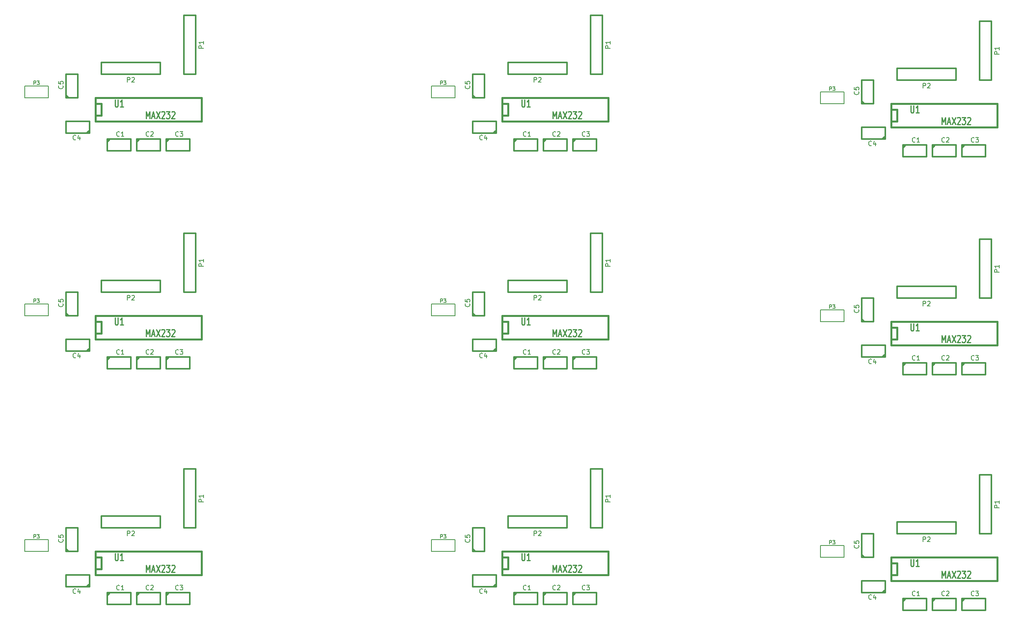
<source format=gto>
G04 (created by PCBNEW-RS274X (2011-05-25)-stable) date lun 21 nov 2011 16:39:51 UYST*
G01*
G70*
G90*
%MOIN*%
G04 Gerber Fmt 3.4, Leading zero omitted, Abs format*
%FSLAX34Y34*%
G04 APERTURE LIST*
%ADD10C,0.006000*%
%ADD11C,0.012000*%
%ADD12C,0.015000*%
%ADD13C,0.008000*%
%ADD14C,0.011300*%
G04 APERTURE END LIST*
G54D10*
X84000Y-58500D02*
X84000Y-57500D01*
X84000Y-57500D02*
X86000Y-57500D01*
X86000Y-57500D02*
X86000Y-58500D01*
X86000Y-58500D02*
X84000Y-58500D01*
G54D11*
X95500Y-56500D02*
X95500Y-55500D01*
X90500Y-55500D02*
X90500Y-56500D01*
X95500Y-56500D02*
X90500Y-56500D01*
X90500Y-55500D02*
X95500Y-55500D01*
X98500Y-51500D02*
X97500Y-51500D01*
X97500Y-56500D02*
X98500Y-56500D01*
X98500Y-51500D02*
X98500Y-56500D01*
X97500Y-56500D02*
X97500Y-51500D01*
X87500Y-58480D02*
X87500Y-56500D01*
X87500Y-56500D02*
X88500Y-56500D01*
X88500Y-56500D02*
X88500Y-58500D01*
X88500Y-58500D02*
X87500Y-58500D01*
X87750Y-58500D02*
X87500Y-58250D01*
X89480Y-61500D02*
X87500Y-61500D01*
X87500Y-61500D02*
X87500Y-60500D01*
X87500Y-60500D02*
X89500Y-60500D01*
X89500Y-60500D02*
X89500Y-61500D01*
X89500Y-61250D02*
X89250Y-61500D01*
X96020Y-62000D02*
X98000Y-62000D01*
X98000Y-62000D02*
X98000Y-63000D01*
X98000Y-63000D02*
X96000Y-63000D01*
X96000Y-63000D02*
X96000Y-62000D01*
X96000Y-62250D02*
X96250Y-62000D01*
X93520Y-62000D02*
X95500Y-62000D01*
X95500Y-62000D02*
X95500Y-63000D01*
X95500Y-63000D02*
X93500Y-63000D01*
X93500Y-63000D02*
X93500Y-62000D01*
X93500Y-62250D02*
X93750Y-62000D01*
X91020Y-62000D02*
X93000Y-62000D01*
X93000Y-62000D02*
X93000Y-63000D01*
X93000Y-63000D02*
X91000Y-63000D01*
X91000Y-63000D02*
X91000Y-62000D01*
X91000Y-62250D02*
X91250Y-62000D01*
G54D12*
X90000Y-59000D02*
X90000Y-59000D01*
X90000Y-59000D02*
X90500Y-59000D01*
X90500Y-59000D02*
X90500Y-60000D01*
X90500Y-60000D02*
X90000Y-60000D01*
X90000Y-58500D02*
X99000Y-58500D01*
X99000Y-58500D02*
X99000Y-60500D01*
X99000Y-60500D02*
X90000Y-60500D01*
X90000Y-60500D02*
X90000Y-58500D01*
G54D10*
X16500Y-58000D02*
X16500Y-57000D01*
X16500Y-57000D02*
X18500Y-57000D01*
X18500Y-57000D02*
X18500Y-58000D01*
X18500Y-58000D02*
X16500Y-58000D01*
G54D11*
X28000Y-56000D02*
X28000Y-55000D01*
X23000Y-55000D02*
X23000Y-56000D01*
X28000Y-56000D02*
X23000Y-56000D01*
X23000Y-55000D02*
X28000Y-55000D01*
X31000Y-51000D02*
X30000Y-51000D01*
X30000Y-56000D02*
X31000Y-56000D01*
X31000Y-51000D02*
X31000Y-56000D01*
X30000Y-56000D02*
X30000Y-51000D01*
X20000Y-57980D02*
X20000Y-56000D01*
X20000Y-56000D02*
X21000Y-56000D01*
X21000Y-56000D02*
X21000Y-58000D01*
X21000Y-58000D02*
X20000Y-58000D01*
X20250Y-58000D02*
X20000Y-57750D01*
X21980Y-61000D02*
X20000Y-61000D01*
X20000Y-61000D02*
X20000Y-60000D01*
X20000Y-60000D02*
X22000Y-60000D01*
X22000Y-60000D02*
X22000Y-61000D01*
X22000Y-60750D02*
X21750Y-61000D01*
X28520Y-61500D02*
X30500Y-61500D01*
X30500Y-61500D02*
X30500Y-62500D01*
X30500Y-62500D02*
X28500Y-62500D01*
X28500Y-62500D02*
X28500Y-61500D01*
X28500Y-61750D02*
X28750Y-61500D01*
X26020Y-61500D02*
X28000Y-61500D01*
X28000Y-61500D02*
X28000Y-62500D01*
X28000Y-62500D02*
X26000Y-62500D01*
X26000Y-62500D02*
X26000Y-61500D01*
X26000Y-61750D02*
X26250Y-61500D01*
X23520Y-61500D02*
X25500Y-61500D01*
X25500Y-61500D02*
X25500Y-62500D01*
X25500Y-62500D02*
X23500Y-62500D01*
X23500Y-62500D02*
X23500Y-61500D01*
X23500Y-61750D02*
X23750Y-61500D01*
G54D12*
X22500Y-58500D02*
X22500Y-58500D01*
X22500Y-58500D02*
X23000Y-58500D01*
X23000Y-58500D02*
X23000Y-59500D01*
X23000Y-59500D02*
X22500Y-59500D01*
X22500Y-58000D02*
X31500Y-58000D01*
X31500Y-58000D02*
X31500Y-60000D01*
X31500Y-60000D02*
X22500Y-60000D01*
X22500Y-60000D02*
X22500Y-58000D01*
X57000Y-58500D02*
X57000Y-58500D01*
X57000Y-58500D02*
X57500Y-58500D01*
X57500Y-58500D02*
X57500Y-59500D01*
X57500Y-59500D02*
X57000Y-59500D01*
X57000Y-58000D02*
X66000Y-58000D01*
X66000Y-58000D02*
X66000Y-60000D01*
X66000Y-60000D02*
X57000Y-60000D01*
X57000Y-60000D02*
X57000Y-58000D01*
G54D11*
X58020Y-61500D02*
X60000Y-61500D01*
X60000Y-61500D02*
X60000Y-62500D01*
X60000Y-62500D02*
X58000Y-62500D01*
X58000Y-62500D02*
X58000Y-61500D01*
X58000Y-61750D02*
X58250Y-61500D01*
X60520Y-61500D02*
X62500Y-61500D01*
X62500Y-61500D02*
X62500Y-62500D01*
X62500Y-62500D02*
X60500Y-62500D01*
X60500Y-62500D02*
X60500Y-61500D01*
X60500Y-61750D02*
X60750Y-61500D01*
X63020Y-61500D02*
X65000Y-61500D01*
X65000Y-61500D02*
X65000Y-62500D01*
X65000Y-62500D02*
X63000Y-62500D01*
X63000Y-62500D02*
X63000Y-61500D01*
X63000Y-61750D02*
X63250Y-61500D01*
X56480Y-61000D02*
X54500Y-61000D01*
X54500Y-61000D02*
X54500Y-60000D01*
X54500Y-60000D02*
X56500Y-60000D01*
X56500Y-60000D02*
X56500Y-61000D01*
X56500Y-60750D02*
X56250Y-61000D01*
X54500Y-57980D02*
X54500Y-56000D01*
X54500Y-56000D02*
X55500Y-56000D01*
X55500Y-56000D02*
X55500Y-58000D01*
X55500Y-58000D02*
X54500Y-58000D01*
X54750Y-58000D02*
X54500Y-57750D01*
X65500Y-51000D02*
X64500Y-51000D01*
X64500Y-56000D02*
X65500Y-56000D01*
X65500Y-51000D02*
X65500Y-56000D01*
X64500Y-56000D02*
X64500Y-51000D01*
X62500Y-56000D02*
X62500Y-55000D01*
X57500Y-55000D02*
X57500Y-56000D01*
X62500Y-56000D02*
X57500Y-56000D01*
X57500Y-55000D02*
X62500Y-55000D01*
G54D10*
X51000Y-58000D02*
X51000Y-57000D01*
X51000Y-57000D02*
X53000Y-57000D01*
X53000Y-57000D02*
X53000Y-58000D01*
X53000Y-58000D02*
X51000Y-58000D01*
X51000Y-38000D02*
X51000Y-37000D01*
X51000Y-37000D02*
X53000Y-37000D01*
X53000Y-37000D02*
X53000Y-38000D01*
X53000Y-38000D02*
X51000Y-38000D01*
G54D11*
X62500Y-36000D02*
X62500Y-35000D01*
X57500Y-35000D02*
X57500Y-36000D01*
X62500Y-36000D02*
X57500Y-36000D01*
X57500Y-35000D02*
X62500Y-35000D01*
X65500Y-31000D02*
X64500Y-31000D01*
X64500Y-36000D02*
X65500Y-36000D01*
X65500Y-31000D02*
X65500Y-36000D01*
X64500Y-36000D02*
X64500Y-31000D01*
X54500Y-37980D02*
X54500Y-36000D01*
X54500Y-36000D02*
X55500Y-36000D01*
X55500Y-36000D02*
X55500Y-38000D01*
X55500Y-38000D02*
X54500Y-38000D01*
X54750Y-38000D02*
X54500Y-37750D01*
X56480Y-41000D02*
X54500Y-41000D01*
X54500Y-41000D02*
X54500Y-40000D01*
X54500Y-40000D02*
X56500Y-40000D01*
X56500Y-40000D02*
X56500Y-41000D01*
X56500Y-40750D02*
X56250Y-41000D01*
X63020Y-41500D02*
X65000Y-41500D01*
X65000Y-41500D02*
X65000Y-42500D01*
X65000Y-42500D02*
X63000Y-42500D01*
X63000Y-42500D02*
X63000Y-41500D01*
X63000Y-41750D02*
X63250Y-41500D01*
X60520Y-41500D02*
X62500Y-41500D01*
X62500Y-41500D02*
X62500Y-42500D01*
X62500Y-42500D02*
X60500Y-42500D01*
X60500Y-42500D02*
X60500Y-41500D01*
X60500Y-41750D02*
X60750Y-41500D01*
X58020Y-41500D02*
X60000Y-41500D01*
X60000Y-41500D02*
X60000Y-42500D01*
X60000Y-42500D02*
X58000Y-42500D01*
X58000Y-42500D02*
X58000Y-41500D01*
X58000Y-41750D02*
X58250Y-41500D01*
G54D12*
X57000Y-38500D02*
X57000Y-38500D01*
X57000Y-38500D02*
X57500Y-38500D01*
X57500Y-38500D02*
X57500Y-39500D01*
X57500Y-39500D02*
X57000Y-39500D01*
X57000Y-38000D02*
X66000Y-38000D01*
X66000Y-38000D02*
X66000Y-40000D01*
X66000Y-40000D02*
X57000Y-40000D01*
X57000Y-40000D02*
X57000Y-38000D01*
X22500Y-38500D02*
X22500Y-38500D01*
X22500Y-38500D02*
X23000Y-38500D01*
X23000Y-38500D02*
X23000Y-39500D01*
X23000Y-39500D02*
X22500Y-39500D01*
X22500Y-38000D02*
X31500Y-38000D01*
X31500Y-38000D02*
X31500Y-40000D01*
X31500Y-40000D02*
X22500Y-40000D01*
X22500Y-40000D02*
X22500Y-38000D01*
G54D11*
X23520Y-41500D02*
X25500Y-41500D01*
X25500Y-41500D02*
X25500Y-42500D01*
X25500Y-42500D02*
X23500Y-42500D01*
X23500Y-42500D02*
X23500Y-41500D01*
X23500Y-41750D02*
X23750Y-41500D01*
X26020Y-41500D02*
X28000Y-41500D01*
X28000Y-41500D02*
X28000Y-42500D01*
X28000Y-42500D02*
X26000Y-42500D01*
X26000Y-42500D02*
X26000Y-41500D01*
X26000Y-41750D02*
X26250Y-41500D01*
X28520Y-41500D02*
X30500Y-41500D01*
X30500Y-41500D02*
X30500Y-42500D01*
X30500Y-42500D02*
X28500Y-42500D01*
X28500Y-42500D02*
X28500Y-41500D01*
X28500Y-41750D02*
X28750Y-41500D01*
X21980Y-41000D02*
X20000Y-41000D01*
X20000Y-41000D02*
X20000Y-40000D01*
X20000Y-40000D02*
X22000Y-40000D01*
X22000Y-40000D02*
X22000Y-41000D01*
X22000Y-40750D02*
X21750Y-41000D01*
X20000Y-37980D02*
X20000Y-36000D01*
X20000Y-36000D02*
X21000Y-36000D01*
X21000Y-36000D02*
X21000Y-38000D01*
X21000Y-38000D02*
X20000Y-38000D01*
X20250Y-38000D02*
X20000Y-37750D01*
X31000Y-31000D02*
X30000Y-31000D01*
X30000Y-36000D02*
X31000Y-36000D01*
X31000Y-31000D02*
X31000Y-36000D01*
X30000Y-36000D02*
X30000Y-31000D01*
X28000Y-36000D02*
X28000Y-35000D01*
X23000Y-35000D02*
X23000Y-36000D01*
X28000Y-36000D02*
X23000Y-36000D01*
X23000Y-35000D02*
X28000Y-35000D01*
G54D10*
X16500Y-38000D02*
X16500Y-37000D01*
X16500Y-37000D02*
X18500Y-37000D01*
X18500Y-37000D02*
X18500Y-38000D01*
X18500Y-38000D02*
X16500Y-38000D01*
G54D12*
X90000Y-39000D02*
X90000Y-39000D01*
X90000Y-39000D02*
X90500Y-39000D01*
X90500Y-39000D02*
X90500Y-40000D01*
X90500Y-40000D02*
X90000Y-40000D01*
X90000Y-38500D02*
X99000Y-38500D01*
X99000Y-38500D02*
X99000Y-40500D01*
X99000Y-40500D02*
X90000Y-40500D01*
X90000Y-40500D02*
X90000Y-38500D01*
G54D11*
X91020Y-42000D02*
X93000Y-42000D01*
X93000Y-42000D02*
X93000Y-43000D01*
X93000Y-43000D02*
X91000Y-43000D01*
X91000Y-43000D02*
X91000Y-42000D01*
X91000Y-42250D02*
X91250Y-42000D01*
X93520Y-42000D02*
X95500Y-42000D01*
X95500Y-42000D02*
X95500Y-43000D01*
X95500Y-43000D02*
X93500Y-43000D01*
X93500Y-43000D02*
X93500Y-42000D01*
X93500Y-42250D02*
X93750Y-42000D01*
X96020Y-42000D02*
X98000Y-42000D01*
X98000Y-42000D02*
X98000Y-43000D01*
X98000Y-43000D02*
X96000Y-43000D01*
X96000Y-43000D02*
X96000Y-42000D01*
X96000Y-42250D02*
X96250Y-42000D01*
X89480Y-41500D02*
X87500Y-41500D01*
X87500Y-41500D02*
X87500Y-40500D01*
X87500Y-40500D02*
X89500Y-40500D01*
X89500Y-40500D02*
X89500Y-41500D01*
X89500Y-41250D02*
X89250Y-41500D01*
X87500Y-38480D02*
X87500Y-36500D01*
X87500Y-36500D02*
X88500Y-36500D01*
X88500Y-36500D02*
X88500Y-38500D01*
X88500Y-38500D02*
X87500Y-38500D01*
X87750Y-38500D02*
X87500Y-38250D01*
X98500Y-31500D02*
X97500Y-31500D01*
X97500Y-36500D02*
X98500Y-36500D01*
X98500Y-31500D02*
X98500Y-36500D01*
X97500Y-36500D02*
X97500Y-31500D01*
X95500Y-36500D02*
X95500Y-35500D01*
X90500Y-35500D02*
X90500Y-36500D01*
X95500Y-36500D02*
X90500Y-36500D01*
X90500Y-35500D02*
X95500Y-35500D01*
G54D10*
X84000Y-38500D02*
X84000Y-37500D01*
X84000Y-37500D02*
X86000Y-37500D01*
X86000Y-37500D02*
X86000Y-38500D01*
X86000Y-38500D02*
X84000Y-38500D01*
X84000Y-20000D02*
X84000Y-19000D01*
X84000Y-19000D02*
X86000Y-19000D01*
X86000Y-19000D02*
X86000Y-20000D01*
X86000Y-20000D02*
X84000Y-20000D01*
G54D11*
X95500Y-18000D02*
X95500Y-17000D01*
X90500Y-17000D02*
X90500Y-18000D01*
X95500Y-18000D02*
X90500Y-18000D01*
X90500Y-17000D02*
X95500Y-17000D01*
X98500Y-13000D02*
X97500Y-13000D01*
X97500Y-18000D02*
X98500Y-18000D01*
X98500Y-13000D02*
X98500Y-18000D01*
X97500Y-18000D02*
X97500Y-13000D01*
X87500Y-19980D02*
X87500Y-18000D01*
X87500Y-18000D02*
X88500Y-18000D01*
X88500Y-18000D02*
X88500Y-20000D01*
X88500Y-20000D02*
X87500Y-20000D01*
X87750Y-20000D02*
X87500Y-19750D01*
X89480Y-23000D02*
X87500Y-23000D01*
X87500Y-23000D02*
X87500Y-22000D01*
X87500Y-22000D02*
X89500Y-22000D01*
X89500Y-22000D02*
X89500Y-23000D01*
X89500Y-22750D02*
X89250Y-23000D01*
X96020Y-23500D02*
X98000Y-23500D01*
X98000Y-23500D02*
X98000Y-24500D01*
X98000Y-24500D02*
X96000Y-24500D01*
X96000Y-24500D02*
X96000Y-23500D01*
X96000Y-23750D02*
X96250Y-23500D01*
X93520Y-23500D02*
X95500Y-23500D01*
X95500Y-23500D02*
X95500Y-24500D01*
X95500Y-24500D02*
X93500Y-24500D01*
X93500Y-24500D02*
X93500Y-23500D01*
X93500Y-23750D02*
X93750Y-23500D01*
X91020Y-23500D02*
X93000Y-23500D01*
X93000Y-23500D02*
X93000Y-24500D01*
X93000Y-24500D02*
X91000Y-24500D01*
X91000Y-24500D02*
X91000Y-23500D01*
X91000Y-23750D02*
X91250Y-23500D01*
G54D12*
X90000Y-20500D02*
X90000Y-20500D01*
X90000Y-20500D02*
X90500Y-20500D01*
X90500Y-20500D02*
X90500Y-21500D01*
X90500Y-21500D02*
X90000Y-21500D01*
X90000Y-20000D02*
X99000Y-20000D01*
X99000Y-20000D02*
X99000Y-22000D01*
X99000Y-22000D02*
X90000Y-22000D01*
X90000Y-22000D02*
X90000Y-20000D01*
G54D10*
X16500Y-19500D02*
X16500Y-18500D01*
X16500Y-18500D02*
X18500Y-18500D01*
X18500Y-18500D02*
X18500Y-19500D01*
X18500Y-19500D02*
X16500Y-19500D01*
G54D11*
X28000Y-17500D02*
X28000Y-16500D01*
X23000Y-16500D02*
X23000Y-17500D01*
X28000Y-17500D02*
X23000Y-17500D01*
X23000Y-16500D02*
X28000Y-16500D01*
X31000Y-12500D02*
X30000Y-12500D01*
X30000Y-17500D02*
X31000Y-17500D01*
X31000Y-12500D02*
X31000Y-17500D01*
X30000Y-17500D02*
X30000Y-12500D01*
X20000Y-19480D02*
X20000Y-17500D01*
X20000Y-17500D02*
X21000Y-17500D01*
X21000Y-17500D02*
X21000Y-19500D01*
X21000Y-19500D02*
X20000Y-19500D01*
X20250Y-19500D02*
X20000Y-19250D01*
X21980Y-22500D02*
X20000Y-22500D01*
X20000Y-22500D02*
X20000Y-21500D01*
X20000Y-21500D02*
X22000Y-21500D01*
X22000Y-21500D02*
X22000Y-22500D01*
X22000Y-22250D02*
X21750Y-22500D01*
X28520Y-23000D02*
X30500Y-23000D01*
X30500Y-23000D02*
X30500Y-24000D01*
X30500Y-24000D02*
X28500Y-24000D01*
X28500Y-24000D02*
X28500Y-23000D01*
X28500Y-23250D02*
X28750Y-23000D01*
X26020Y-23000D02*
X28000Y-23000D01*
X28000Y-23000D02*
X28000Y-24000D01*
X28000Y-24000D02*
X26000Y-24000D01*
X26000Y-24000D02*
X26000Y-23000D01*
X26000Y-23250D02*
X26250Y-23000D01*
X23520Y-23000D02*
X25500Y-23000D01*
X25500Y-23000D02*
X25500Y-24000D01*
X25500Y-24000D02*
X23500Y-24000D01*
X23500Y-24000D02*
X23500Y-23000D01*
X23500Y-23250D02*
X23750Y-23000D01*
G54D12*
X22500Y-20000D02*
X22500Y-20000D01*
X22500Y-20000D02*
X23000Y-20000D01*
X23000Y-20000D02*
X23000Y-21000D01*
X23000Y-21000D02*
X22500Y-21000D01*
X22500Y-19500D02*
X31500Y-19500D01*
X31500Y-19500D02*
X31500Y-21500D01*
X31500Y-21500D02*
X22500Y-21500D01*
X22500Y-21500D02*
X22500Y-19500D01*
X57000Y-20000D02*
X57000Y-20000D01*
X57000Y-20000D02*
X57500Y-20000D01*
X57500Y-20000D02*
X57500Y-21000D01*
X57500Y-21000D02*
X57000Y-21000D01*
X57000Y-19500D02*
X66000Y-19500D01*
X66000Y-19500D02*
X66000Y-21500D01*
X66000Y-21500D02*
X57000Y-21500D01*
X57000Y-21500D02*
X57000Y-19500D01*
G54D11*
X58020Y-23000D02*
X60000Y-23000D01*
X60000Y-23000D02*
X60000Y-24000D01*
X60000Y-24000D02*
X58000Y-24000D01*
X58000Y-24000D02*
X58000Y-23000D01*
X58000Y-23250D02*
X58250Y-23000D01*
X60520Y-23000D02*
X62500Y-23000D01*
X62500Y-23000D02*
X62500Y-24000D01*
X62500Y-24000D02*
X60500Y-24000D01*
X60500Y-24000D02*
X60500Y-23000D01*
X60500Y-23250D02*
X60750Y-23000D01*
X63020Y-23000D02*
X65000Y-23000D01*
X65000Y-23000D02*
X65000Y-24000D01*
X65000Y-24000D02*
X63000Y-24000D01*
X63000Y-24000D02*
X63000Y-23000D01*
X63000Y-23250D02*
X63250Y-23000D01*
X56480Y-22500D02*
X54500Y-22500D01*
X54500Y-22500D02*
X54500Y-21500D01*
X54500Y-21500D02*
X56500Y-21500D01*
X56500Y-21500D02*
X56500Y-22500D01*
X56500Y-22250D02*
X56250Y-22500D01*
X54500Y-19480D02*
X54500Y-17500D01*
X54500Y-17500D02*
X55500Y-17500D01*
X55500Y-17500D02*
X55500Y-19500D01*
X55500Y-19500D02*
X54500Y-19500D01*
X54750Y-19500D02*
X54500Y-19250D01*
X65500Y-12500D02*
X64500Y-12500D01*
X64500Y-17500D02*
X65500Y-17500D01*
X65500Y-12500D02*
X65500Y-17500D01*
X64500Y-17500D02*
X64500Y-12500D01*
X62500Y-17500D02*
X62500Y-16500D01*
X57500Y-16500D02*
X57500Y-17500D01*
X62500Y-17500D02*
X57500Y-17500D01*
X57500Y-16500D02*
X62500Y-16500D01*
G54D10*
X51000Y-19500D02*
X51000Y-18500D01*
X51000Y-18500D02*
X53000Y-18500D01*
X53000Y-18500D02*
X53000Y-19500D01*
X53000Y-19500D02*
X51000Y-19500D01*
X84778Y-57371D02*
X84778Y-57071D01*
X84893Y-57071D01*
X84921Y-57086D01*
X84936Y-57100D01*
X84950Y-57129D01*
X84950Y-57171D01*
X84936Y-57200D01*
X84921Y-57214D01*
X84893Y-57229D01*
X84778Y-57229D01*
X85050Y-57071D02*
X85236Y-57071D01*
X85136Y-57186D01*
X85178Y-57186D01*
X85207Y-57200D01*
X85221Y-57214D01*
X85236Y-57243D01*
X85236Y-57314D01*
X85221Y-57343D01*
X85207Y-57357D01*
X85178Y-57371D01*
X85093Y-57371D01*
X85064Y-57357D01*
X85050Y-57343D01*
G54D13*
X92705Y-57162D02*
X92705Y-56762D01*
X92858Y-56762D01*
X92896Y-56781D01*
X92915Y-56800D01*
X92934Y-56838D01*
X92934Y-56895D01*
X92915Y-56933D01*
X92896Y-56952D01*
X92858Y-56971D01*
X92705Y-56971D01*
X93086Y-56800D02*
X93105Y-56781D01*
X93143Y-56762D01*
X93239Y-56762D01*
X93277Y-56781D01*
X93296Y-56800D01*
X93315Y-56838D01*
X93315Y-56876D01*
X93296Y-56933D01*
X93067Y-57162D01*
X93315Y-57162D01*
X99162Y-54295D02*
X98762Y-54295D01*
X98762Y-54142D01*
X98781Y-54104D01*
X98800Y-54085D01*
X98838Y-54066D01*
X98895Y-54066D01*
X98933Y-54085D01*
X98952Y-54104D01*
X98971Y-54142D01*
X98971Y-54295D01*
X99162Y-53685D02*
X99162Y-53914D01*
X99162Y-53800D02*
X98762Y-53800D01*
X98819Y-53838D01*
X98857Y-53876D01*
X98876Y-53914D01*
X87224Y-57466D02*
X87243Y-57485D01*
X87262Y-57542D01*
X87262Y-57580D01*
X87243Y-57638D01*
X87205Y-57676D01*
X87167Y-57695D01*
X87090Y-57714D01*
X87033Y-57714D01*
X86957Y-57695D01*
X86919Y-57676D01*
X86881Y-57638D01*
X86862Y-57580D01*
X86862Y-57542D01*
X86881Y-57485D01*
X86900Y-57466D01*
X86862Y-57104D02*
X86862Y-57295D01*
X87052Y-57314D01*
X87033Y-57295D01*
X87014Y-57257D01*
X87014Y-57161D01*
X87033Y-57123D01*
X87052Y-57104D01*
X87090Y-57085D01*
X87186Y-57085D01*
X87224Y-57104D01*
X87243Y-57123D01*
X87262Y-57161D01*
X87262Y-57257D01*
X87243Y-57295D01*
X87224Y-57314D01*
X88334Y-62024D02*
X88315Y-62043D01*
X88258Y-62062D01*
X88220Y-62062D01*
X88162Y-62043D01*
X88124Y-62005D01*
X88105Y-61967D01*
X88086Y-61890D01*
X88086Y-61833D01*
X88105Y-61757D01*
X88124Y-61719D01*
X88162Y-61681D01*
X88220Y-61662D01*
X88258Y-61662D01*
X88315Y-61681D01*
X88334Y-61700D01*
X88677Y-61795D02*
X88677Y-62062D01*
X88581Y-61643D02*
X88486Y-61929D01*
X88734Y-61929D01*
X97034Y-61724D02*
X97015Y-61743D01*
X96958Y-61762D01*
X96920Y-61762D01*
X96862Y-61743D01*
X96824Y-61705D01*
X96805Y-61667D01*
X96786Y-61590D01*
X96786Y-61533D01*
X96805Y-61457D01*
X96824Y-61419D01*
X96862Y-61381D01*
X96920Y-61362D01*
X96958Y-61362D01*
X97015Y-61381D01*
X97034Y-61400D01*
X97167Y-61362D02*
X97415Y-61362D01*
X97281Y-61514D01*
X97339Y-61514D01*
X97377Y-61533D01*
X97396Y-61552D01*
X97415Y-61590D01*
X97415Y-61686D01*
X97396Y-61724D01*
X97377Y-61743D01*
X97339Y-61762D01*
X97224Y-61762D01*
X97186Y-61743D01*
X97167Y-61724D01*
X94534Y-61724D02*
X94515Y-61743D01*
X94458Y-61762D01*
X94420Y-61762D01*
X94362Y-61743D01*
X94324Y-61705D01*
X94305Y-61667D01*
X94286Y-61590D01*
X94286Y-61533D01*
X94305Y-61457D01*
X94324Y-61419D01*
X94362Y-61381D01*
X94420Y-61362D01*
X94458Y-61362D01*
X94515Y-61381D01*
X94534Y-61400D01*
X94686Y-61400D02*
X94705Y-61381D01*
X94743Y-61362D01*
X94839Y-61362D01*
X94877Y-61381D01*
X94896Y-61400D01*
X94915Y-61438D01*
X94915Y-61476D01*
X94896Y-61533D01*
X94667Y-61762D01*
X94915Y-61762D01*
X92034Y-61724D02*
X92015Y-61743D01*
X91958Y-61762D01*
X91920Y-61762D01*
X91862Y-61743D01*
X91824Y-61705D01*
X91805Y-61667D01*
X91786Y-61590D01*
X91786Y-61533D01*
X91805Y-61457D01*
X91824Y-61419D01*
X91862Y-61381D01*
X91920Y-61362D01*
X91958Y-61362D01*
X92015Y-61381D01*
X92034Y-61400D01*
X92415Y-61762D02*
X92186Y-61762D01*
X92300Y-61762D02*
X92300Y-61362D01*
X92262Y-61419D01*
X92224Y-61457D01*
X92186Y-61476D01*
G54D14*
X91657Y-58643D02*
X91657Y-59129D01*
X91679Y-59186D01*
X91700Y-59214D01*
X91743Y-59243D01*
X91829Y-59243D01*
X91871Y-59214D01*
X91893Y-59186D01*
X91914Y-59129D01*
X91914Y-58643D01*
X92364Y-59243D02*
X92107Y-59243D01*
X92235Y-59243D02*
X92235Y-58643D01*
X92192Y-58729D01*
X92150Y-58786D01*
X92107Y-58814D01*
X94299Y-60243D02*
X94299Y-59643D01*
X94449Y-60071D01*
X94599Y-59643D01*
X94599Y-60243D01*
X94792Y-60071D02*
X95006Y-60071D01*
X94749Y-60243D02*
X94899Y-59643D01*
X95049Y-60243D01*
X95156Y-59643D02*
X95456Y-60243D01*
X95456Y-59643D02*
X95156Y-60243D01*
X95607Y-59700D02*
X95628Y-59671D01*
X95671Y-59643D01*
X95778Y-59643D01*
X95821Y-59671D01*
X95842Y-59700D01*
X95864Y-59757D01*
X95864Y-59814D01*
X95842Y-59900D01*
X95585Y-60243D01*
X95864Y-60243D01*
X96014Y-59643D02*
X96293Y-59643D01*
X96143Y-59871D01*
X96207Y-59871D01*
X96250Y-59900D01*
X96271Y-59929D01*
X96293Y-59986D01*
X96293Y-60129D01*
X96271Y-60186D01*
X96250Y-60214D01*
X96207Y-60243D01*
X96079Y-60243D01*
X96036Y-60214D01*
X96014Y-60186D01*
X96465Y-59700D02*
X96486Y-59671D01*
X96529Y-59643D01*
X96636Y-59643D01*
X96679Y-59671D01*
X96700Y-59700D01*
X96722Y-59757D01*
X96722Y-59814D01*
X96700Y-59900D01*
X96443Y-60243D01*
X96722Y-60243D01*
G54D10*
X17278Y-56871D02*
X17278Y-56571D01*
X17393Y-56571D01*
X17421Y-56586D01*
X17436Y-56600D01*
X17450Y-56629D01*
X17450Y-56671D01*
X17436Y-56700D01*
X17421Y-56714D01*
X17393Y-56729D01*
X17278Y-56729D01*
X17550Y-56571D02*
X17736Y-56571D01*
X17636Y-56686D01*
X17678Y-56686D01*
X17707Y-56700D01*
X17721Y-56714D01*
X17736Y-56743D01*
X17736Y-56814D01*
X17721Y-56843D01*
X17707Y-56857D01*
X17678Y-56871D01*
X17593Y-56871D01*
X17564Y-56857D01*
X17550Y-56843D01*
G54D13*
X25205Y-56662D02*
X25205Y-56262D01*
X25358Y-56262D01*
X25396Y-56281D01*
X25415Y-56300D01*
X25434Y-56338D01*
X25434Y-56395D01*
X25415Y-56433D01*
X25396Y-56452D01*
X25358Y-56471D01*
X25205Y-56471D01*
X25586Y-56300D02*
X25605Y-56281D01*
X25643Y-56262D01*
X25739Y-56262D01*
X25777Y-56281D01*
X25796Y-56300D01*
X25815Y-56338D01*
X25815Y-56376D01*
X25796Y-56433D01*
X25567Y-56662D01*
X25815Y-56662D01*
X31662Y-53795D02*
X31262Y-53795D01*
X31262Y-53642D01*
X31281Y-53604D01*
X31300Y-53585D01*
X31338Y-53566D01*
X31395Y-53566D01*
X31433Y-53585D01*
X31452Y-53604D01*
X31471Y-53642D01*
X31471Y-53795D01*
X31662Y-53185D02*
X31662Y-53414D01*
X31662Y-53300D02*
X31262Y-53300D01*
X31319Y-53338D01*
X31357Y-53376D01*
X31376Y-53414D01*
X19724Y-56966D02*
X19743Y-56985D01*
X19762Y-57042D01*
X19762Y-57080D01*
X19743Y-57138D01*
X19705Y-57176D01*
X19667Y-57195D01*
X19590Y-57214D01*
X19533Y-57214D01*
X19457Y-57195D01*
X19419Y-57176D01*
X19381Y-57138D01*
X19362Y-57080D01*
X19362Y-57042D01*
X19381Y-56985D01*
X19400Y-56966D01*
X19362Y-56604D02*
X19362Y-56795D01*
X19552Y-56814D01*
X19533Y-56795D01*
X19514Y-56757D01*
X19514Y-56661D01*
X19533Y-56623D01*
X19552Y-56604D01*
X19590Y-56585D01*
X19686Y-56585D01*
X19724Y-56604D01*
X19743Y-56623D01*
X19762Y-56661D01*
X19762Y-56757D01*
X19743Y-56795D01*
X19724Y-56814D01*
X20834Y-61524D02*
X20815Y-61543D01*
X20758Y-61562D01*
X20720Y-61562D01*
X20662Y-61543D01*
X20624Y-61505D01*
X20605Y-61467D01*
X20586Y-61390D01*
X20586Y-61333D01*
X20605Y-61257D01*
X20624Y-61219D01*
X20662Y-61181D01*
X20720Y-61162D01*
X20758Y-61162D01*
X20815Y-61181D01*
X20834Y-61200D01*
X21177Y-61295D02*
X21177Y-61562D01*
X21081Y-61143D02*
X20986Y-61429D01*
X21234Y-61429D01*
X29534Y-61224D02*
X29515Y-61243D01*
X29458Y-61262D01*
X29420Y-61262D01*
X29362Y-61243D01*
X29324Y-61205D01*
X29305Y-61167D01*
X29286Y-61090D01*
X29286Y-61033D01*
X29305Y-60957D01*
X29324Y-60919D01*
X29362Y-60881D01*
X29420Y-60862D01*
X29458Y-60862D01*
X29515Y-60881D01*
X29534Y-60900D01*
X29667Y-60862D02*
X29915Y-60862D01*
X29781Y-61014D01*
X29839Y-61014D01*
X29877Y-61033D01*
X29896Y-61052D01*
X29915Y-61090D01*
X29915Y-61186D01*
X29896Y-61224D01*
X29877Y-61243D01*
X29839Y-61262D01*
X29724Y-61262D01*
X29686Y-61243D01*
X29667Y-61224D01*
X27034Y-61224D02*
X27015Y-61243D01*
X26958Y-61262D01*
X26920Y-61262D01*
X26862Y-61243D01*
X26824Y-61205D01*
X26805Y-61167D01*
X26786Y-61090D01*
X26786Y-61033D01*
X26805Y-60957D01*
X26824Y-60919D01*
X26862Y-60881D01*
X26920Y-60862D01*
X26958Y-60862D01*
X27015Y-60881D01*
X27034Y-60900D01*
X27186Y-60900D02*
X27205Y-60881D01*
X27243Y-60862D01*
X27339Y-60862D01*
X27377Y-60881D01*
X27396Y-60900D01*
X27415Y-60938D01*
X27415Y-60976D01*
X27396Y-61033D01*
X27167Y-61262D01*
X27415Y-61262D01*
X24534Y-61224D02*
X24515Y-61243D01*
X24458Y-61262D01*
X24420Y-61262D01*
X24362Y-61243D01*
X24324Y-61205D01*
X24305Y-61167D01*
X24286Y-61090D01*
X24286Y-61033D01*
X24305Y-60957D01*
X24324Y-60919D01*
X24362Y-60881D01*
X24420Y-60862D01*
X24458Y-60862D01*
X24515Y-60881D01*
X24534Y-60900D01*
X24915Y-61262D02*
X24686Y-61262D01*
X24800Y-61262D02*
X24800Y-60862D01*
X24762Y-60919D01*
X24724Y-60957D01*
X24686Y-60976D01*
G54D14*
X24157Y-58143D02*
X24157Y-58629D01*
X24179Y-58686D01*
X24200Y-58714D01*
X24243Y-58743D01*
X24329Y-58743D01*
X24371Y-58714D01*
X24393Y-58686D01*
X24414Y-58629D01*
X24414Y-58143D01*
X24864Y-58743D02*
X24607Y-58743D01*
X24735Y-58743D02*
X24735Y-58143D01*
X24692Y-58229D01*
X24650Y-58286D01*
X24607Y-58314D01*
X26799Y-59743D02*
X26799Y-59143D01*
X26949Y-59571D01*
X27099Y-59143D01*
X27099Y-59743D01*
X27292Y-59571D02*
X27506Y-59571D01*
X27249Y-59743D02*
X27399Y-59143D01*
X27549Y-59743D01*
X27656Y-59143D02*
X27956Y-59743D01*
X27956Y-59143D02*
X27656Y-59743D01*
X28107Y-59200D02*
X28128Y-59171D01*
X28171Y-59143D01*
X28278Y-59143D01*
X28321Y-59171D01*
X28342Y-59200D01*
X28364Y-59257D01*
X28364Y-59314D01*
X28342Y-59400D01*
X28085Y-59743D01*
X28364Y-59743D01*
X28514Y-59143D02*
X28793Y-59143D01*
X28643Y-59371D01*
X28707Y-59371D01*
X28750Y-59400D01*
X28771Y-59429D01*
X28793Y-59486D01*
X28793Y-59629D01*
X28771Y-59686D01*
X28750Y-59714D01*
X28707Y-59743D01*
X28579Y-59743D01*
X28536Y-59714D01*
X28514Y-59686D01*
X28965Y-59200D02*
X28986Y-59171D01*
X29029Y-59143D01*
X29136Y-59143D01*
X29179Y-59171D01*
X29200Y-59200D01*
X29222Y-59257D01*
X29222Y-59314D01*
X29200Y-59400D01*
X28943Y-59743D01*
X29222Y-59743D01*
X58657Y-58143D02*
X58657Y-58629D01*
X58679Y-58686D01*
X58700Y-58714D01*
X58743Y-58743D01*
X58829Y-58743D01*
X58871Y-58714D01*
X58893Y-58686D01*
X58914Y-58629D01*
X58914Y-58143D01*
X59364Y-58743D02*
X59107Y-58743D01*
X59235Y-58743D02*
X59235Y-58143D01*
X59192Y-58229D01*
X59150Y-58286D01*
X59107Y-58314D01*
X61299Y-59743D02*
X61299Y-59143D01*
X61449Y-59571D01*
X61599Y-59143D01*
X61599Y-59743D01*
X61792Y-59571D02*
X62006Y-59571D01*
X61749Y-59743D02*
X61899Y-59143D01*
X62049Y-59743D01*
X62156Y-59143D02*
X62456Y-59743D01*
X62456Y-59143D02*
X62156Y-59743D01*
X62607Y-59200D02*
X62628Y-59171D01*
X62671Y-59143D01*
X62778Y-59143D01*
X62821Y-59171D01*
X62842Y-59200D01*
X62864Y-59257D01*
X62864Y-59314D01*
X62842Y-59400D01*
X62585Y-59743D01*
X62864Y-59743D01*
X63014Y-59143D02*
X63293Y-59143D01*
X63143Y-59371D01*
X63207Y-59371D01*
X63250Y-59400D01*
X63271Y-59429D01*
X63293Y-59486D01*
X63293Y-59629D01*
X63271Y-59686D01*
X63250Y-59714D01*
X63207Y-59743D01*
X63079Y-59743D01*
X63036Y-59714D01*
X63014Y-59686D01*
X63465Y-59200D02*
X63486Y-59171D01*
X63529Y-59143D01*
X63636Y-59143D01*
X63679Y-59171D01*
X63700Y-59200D01*
X63722Y-59257D01*
X63722Y-59314D01*
X63700Y-59400D01*
X63443Y-59743D01*
X63722Y-59743D01*
G54D13*
X59034Y-61224D02*
X59015Y-61243D01*
X58958Y-61262D01*
X58920Y-61262D01*
X58862Y-61243D01*
X58824Y-61205D01*
X58805Y-61167D01*
X58786Y-61090D01*
X58786Y-61033D01*
X58805Y-60957D01*
X58824Y-60919D01*
X58862Y-60881D01*
X58920Y-60862D01*
X58958Y-60862D01*
X59015Y-60881D01*
X59034Y-60900D01*
X59415Y-61262D02*
X59186Y-61262D01*
X59300Y-61262D02*
X59300Y-60862D01*
X59262Y-60919D01*
X59224Y-60957D01*
X59186Y-60976D01*
X61534Y-61224D02*
X61515Y-61243D01*
X61458Y-61262D01*
X61420Y-61262D01*
X61362Y-61243D01*
X61324Y-61205D01*
X61305Y-61167D01*
X61286Y-61090D01*
X61286Y-61033D01*
X61305Y-60957D01*
X61324Y-60919D01*
X61362Y-60881D01*
X61420Y-60862D01*
X61458Y-60862D01*
X61515Y-60881D01*
X61534Y-60900D01*
X61686Y-60900D02*
X61705Y-60881D01*
X61743Y-60862D01*
X61839Y-60862D01*
X61877Y-60881D01*
X61896Y-60900D01*
X61915Y-60938D01*
X61915Y-60976D01*
X61896Y-61033D01*
X61667Y-61262D01*
X61915Y-61262D01*
X64034Y-61224D02*
X64015Y-61243D01*
X63958Y-61262D01*
X63920Y-61262D01*
X63862Y-61243D01*
X63824Y-61205D01*
X63805Y-61167D01*
X63786Y-61090D01*
X63786Y-61033D01*
X63805Y-60957D01*
X63824Y-60919D01*
X63862Y-60881D01*
X63920Y-60862D01*
X63958Y-60862D01*
X64015Y-60881D01*
X64034Y-60900D01*
X64167Y-60862D02*
X64415Y-60862D01*
X64281Y-61014D01*
X64339Y-61014D01*
X64377Y-61033D01*
X64396Y-61052D01*
X64415Y-61090D01*
X64415Y-61186D01*
X64396Y-61224D01*
X64377Y-61243D01*
X64339Y-61262D01*
X64224Y-61262D01*
X64186Y-61243D01*
X64167Y-61224D01*
X55334Y-61524D02*
X55315Y-61543D01*
X55258Y-61562D01*
X55220Y-61562D01*
X55162Y-61543D01*
X55124Y-61505D01*
X55105Y-61467D01*
X55086Y-61390D01*
X55086Y-61333D01*
X55105Y-61257D01*
X55124Y-61219D01*
X55162Y-61181D01*
X55220Y-61162D01*
X55258Y-61162D01*
X55315Y-61181D01*
X55334Y-61200D01*
X55677Y-61295D02*
X55677Y-61562D01*
X55581Y-61143D02*
X55486Y-61429D01*
X55734Y-61429D01*
X54224Y-56966D02*
X54243Y-56985D01*
X54262Y-57042D01*
X54262Y-57080D01*
X54243Y-57138D01*
X54205Y-57176D01*
X54167Y-57195D01*
X54090Y-57214D01*
X54033Y-57214D01*
X53957Y-57195D01*
X53919Y-57176D01*
X53881Y-57138D01*
X53862Y-57080D01*
X53862Y-57042D01*
X53881Y-56985D01*
X53900Y-56966D01*
X53862Y-56604D02*
X53862Y-56795D01*
X54052Y-56814D01*
X54033Y-56795D01*
X54014Y-56757D01*
X54014Y-56661D01*
X54033Y-56623D01*
X54052Y-56604D01*
X54090Y-56585D01*
X54186Y-56585D01*
X54224Y-56604D01*
X54243Y-56623D01*
X54262Y-56661D01*
X54262Y-56757D01*
X54243Y-56795D01*
X54224Y-56814D01*
X66162Y-53795D02*
X65762Y-53795D01*
X65762Y-53642D01*
X65781Y-53604D01*
X65800Y-53585D01*
X65838Y-53566D01*
X65895Y-53566D01*
X65933Y-53585D01*
X65952Y-53604D01*
X65971Y-53642D01*
X65971Y-53795D01*
X66162Y-53185D02*
X66162Y-53414D01*
X66162Y-53300D02*
X65762Y-53300D01*
X65819Y-53338D01*
X65857Y-53376D01*
X65876Y-53414D01*
X59705Y-56662D02*
X59705Y-56262D01*
X59858Y-56262D01*
X59896Y-56281D01*
X59915Y-56300D01*
X59934Y-56338D01*
X59934Y-56395D01*
X59915Y-56433D01*
X59896Y-56452D01*
X59858Y-56471D01*
X59705Y-56471D01*
X60086Y-56300D02*
X60105Y-56281D01*
X60143Y-56262D01*
X60239Y-56262D01*
X60277Y-56281D01*
X60296Y-56300D01*
X60315Y-56338D01*
X60315Y-56376D01*
X60296Y-56433D01*
X60067Y-56662D01*
X60315Y-56662D01*
G54D10*
X51778Y-56871D02*
X51778Y-56571D01*
X51893Y-56571D01*
X51921Y-56586D01*
X51936Y-56600D01*
X51950Y-56629D01*
X51950Y-56671D01*
X51936Y-56700D01*
X51921Y-56714D01*
X51893Y-56729D01*
X51778Y-56729D01*
X52050Y-56571D02*
X52236Y-56571D01*
X52136Y-56686D01*
X52178Y-56686D01*
X52207Y-56700D01*
X52221Y-56714D01*
X52236Y-56743D01*
X52236Y-56814D01*
X52221Y-56843D01*
X52207Y-56857D01*
X52178Y-56871D01*
X52093Y-56871D01*
X52064Y-56857D01*
X52050Y-56843D01*
X51778Y-36871D02*
X51778Y-36571D01*
X51893Y-36571D01*
X51921Y-36586D01*
X51936Y-36600D01*
X51950Y-36629D01*
X51950Y-36671D01*
X51936Y-36700D01*
X51921Y-36714D01*
X51893Y-36729D01*
X51778Y-36729D01*
X52050Y-36571D02*
X52236Y-36571D01*
X52136Y-36686D01*
X52178Y-36686D01*
X52207Y-36700D01*
X52221Y-36714D01*
X52236Y-36743D01*
X52236Y-36814D01*
X52221Y-36843D01*
X52207Y-36857D01*
X52178Y-36871D01*
X52093Y-36871D01*
X52064Y-36857D01*
X52050Y-36843D01*
G54D13*
X59705Y-36662D02*
X59705Y-36262D01*
X59858Y-36262D01*
X59896Y-36281D01*
X59915Y-36300D01*
X59934Y-36338D01*
X59934Y-36395D01*
X59915Y-36433D01*
X59896Y-36452D01*
X59858Y-36471D01*
X59705Y-36471D01*
X60086Y-36300D02*
X60105Y-36281D01*
X60143Y-36262D01*
X60239Y-36262D01*
X60277Y-36281D01*
X60296Y-36300D01*
X60315Y-36338D01*
X60315Y-36376D01*
X60296Y-36433D01*
X60067Y-36662D01*
X60315Y-36662D01*
X66162Y-33795D02*
X65762Y-33795D01*
X65762Y-33642D01*
X65781Y-33604D01*
X65800Y-33585D01*
X65838Y-33566D01*
X65895Y-33566D01*
X65933Y-33585D01*
X65952Y-33604D01*
X65971Y-33642D01*
X65971Y-33795D01*
X66162Y-33185D02*
X66162Y-33414D01*
X66162Y-33300D02*
X65762Y-33300D01*
X65819Y-33338D01*
X65857Y-33376D01*
X65876Y-33414D01*
X54224Y-36966D02*
X54243Y-36985D01*
X54262Y-37042D01*
X54262Y-37080D01*
X54243Y-37138D01*
X54205Y-37176D01*
X54167Y-37195D01*
X54090Y-37214D01*
X54033Y-37214D01*
X53957Y-37195D01*
X53919Y-37176D01*
X53881Y-37138D01*
X53862Y-37080D01*
X53862Y-37042D01*
X53881Y-36985D01*
X53900Y-36966D01*
X53862Y-36604D02*
X53862Y-36795D01*
X54052Y-36814D01*
X54033Y-36795D01*
X54014Y-36757D01*
X54014Y-36661D01*
X54033Y-36623D01*
X54052Y-36604D01*
X54090Y-36585D01*
X54186Y-36585D01*
X54224Y-36604D01*
X54243Y-36623D01*
X54262Y-36661D01*
X54262Y-36757D01*
X54243Y-36795D01*
X54224Y-36814D01*
X55334Y-41524D02*
X55315Y-41543D01*
X55258Y-41562D01*
X55220Y-41562D01*
X55162Y-41543D01*
X55124Y-41505D01*
X55105Y-41467D01*
X55086Y-41390D01*
X55086Y-41333D01*
X55105Y-41257D01*
X55124Y-41219D01*
X55162Y-41181D01*
X55220Y-41162D01*
X55258Y-41162D01*
X55315Y-41181D01*
X55334Y-41200D01*
X55677Y-41295D02*
X55677Y-41562D01*
X55581Y-41143D02*
X55486Y-41429D01*
X55734Y-41429D01*
X64034Y-41224D02*
X64015Y-41243D01*
X63958Y-41262D01*
X63920Y-41262D01*
X63862Y-41243D01*
X63824Y-41205D01*
X63805Y-41167D01*
X63786Y-41090D01*
X63786Y-41033D01*
X63805Y-40957D01*
X63824Y-40919D01*
X63862Y-40881D01*
X63920Y-40862D01*
X63958Y-40862D01*
X64015Y-40881D01*
X64034Y-40900D01*
X64167Y-40862D02*
X64415Y-40862D01*
X64281Y-41014D01*
X64339Y-41014D01*
X64377Y-41033D01*
X64396Y-41052D01*
X64415Y-41090D01*
X64415Y-41186D01*
X64396Y-41224D01*
X64377Y-41243D01*
X64339Y-41262D01*
X64224Y-41262D01*
X64186Y-41243D01*
X64167Y-41224D01*
X61534Y-41224D02*
X61515Y-41243D01*
X61458Y-41262D01*
X61420Y-41262D01*
X61362Y-41243D01*
X61324Y-41205D01*
X61305Y-41167D01*
X61286Y-41090D01*
X61286Y-41033D01*
X61305Y-40957D01*
X61324Y-40919D01*
X61362Y-40881D01*
X61420Y-40862D01*
X61458Y-40862D01*
X61515Y-40881D01*
X61534Y-40900D01*
X61686Y-40900D02*
X61705Y-40881D01*
X61743Y-40862D01*
X61839Y-40862D01*
X61877Y-40881D01*
X61896Y-40900D01*
X61915Y-40938D01*
X61915Y-40976D01*
X61896Y-41033D01*
X61667Y-41262D01*
X61915Y-41262D01*
X59034Y-41224D02*
X59015Y-41243D01*
X58958Y-41262D01*
X58920Y-41262D01*
X58862Y-41243D01*
X58824Y-41205D01*
X58805Y-41167D01*
X58786Y-41090D01*
X58786Y-41033D01*
X58805Y-40957D01*
X58824Y-40919D01*
X58862Y-40881D01*
X58920Y-40862D01*
X58958Y-40862D01*
X59015Y-40881D01*
X59034Y-40900D01*
X59415Y-41262D02*
X59186Y-41262D01*
X59300Y-41262D02*
X59300Y-40862D01*
X59262Y-40919D01*
X59224Y-40957D01*
X59186Y-40976D01*
G54D14*
X58657Y-38143D02*
X58657Y-38629D01*
X58679Y-38686D01*
X58700Y-38714D01*
X58743Y-38743D01*
X58829Y-38743D01*
X58871Y-38714D01*
X58893Y-38686D01*
X58914Y-38629D01*
X58914Y-38143D01*
X59364Y-38743D02*
X59107Y-38743D01*
X59235Y-38743D02*
X59235Y-38143D01*
X59192Y-38229D01*
X59150Y-38286D01*
X59107Y-38314D01*
X61299Y-39743D02*
X61299Y-39143D01*
X61449Y-39571D01*
X61599Y-39143D01*
X61599Y-39743D01*
X61792Y-39571D02*
X62006Y-39571D01*
X61749Y-39743D02*
X61899Y-39143D01*
X62049Y-39743D01*
X62156Y-39143D02*
X62456Y-39743D01*
X62456Y-39143D02*
X62156Y-39743D01*
X62607Y-39200D02*
X62628Y-39171D01*
X62671Y-39143D01*
X62778Y-39143D01*
X62821Y-39171D01*
X62842Y-39200D01*
X62864Y-39257D01*
X62864Y-39314D01*
X62842Y-39400D01*
X62585Y-39743D01*
X62864Y-39743D01*
X63014Y-39143D02*
X63293Y-39143D01*
X63143Y-39371D01*
X63207Y-39371D01*
X63250Y-39400D01*
X63271Y-39429D01*
X63293Y-39486D01*
X63293Y-39629D01*
X63271Y-39686D01*
X63250Y-39714D01*
X63207Y-39743D01*
X63079Y-39743D01*
X63036Y-39714D01*
X63014Y-39686D01*
X63465Y-39200D02*
X63486Y-39171D01*
X63529Y-39143D01*
X63636Y-39143D01*
X63679Y-39171D01*
X63700Y-39200D01*
X63722Y-39257D01*
X63722Y-39314D01*
X63700Y-39400D01*
X63443Y-39743D01*
X63722Y-39743D01*
X24157Y-38143D02*
X24157Y-38629D01*
X24179Y-38686D01*
X24200Y-38714D01*
X24243Y-38743D01*
X24329Y-38743D01*
X24371Y-38714D01*
X24393Y-38686D01*
X24414Y-38629D01*
X24414Y-38143D01*
X24864Y-38743D02*
X24607Y-38743D01*
X24735Y-38743D02*
X24735Y-38143D01*
X24692Y-38229D01*
X24650Y-38286D01*
X24607Y-38314D01*
X26799Y-39743D02*
X26799Y-39143D01*
X26949Y-39571D01*
X27099Y-39143D01*
X27099Y-39743D01*
X27292Y-39571D02*
X27506Y-39571D01*
X27249Y-39743D02*
X27399Y-39143D01*
X27549Y-39743D01*
X27656Y-39143D02*
X27956Y-39743D01*
X27956Y-39143D02*
X27656Y-39743D01*
X28107Y-39200D02*
X28128Y-39171D01*
X28171Y-39143D01*
X28278Y-39143D01*
X28321Y-39171D01*
X28342Y-39200D01*
X28364Y-39257D01*
X28364Y-39314D01*
X28342Y-39400D01*
X28085Y-39743D01*
X28364Y-39743D01*
X28514Y-39143D02*
X28793Y-39143D01*
X28643Y-39371D01*
X28707Y-39371D01*
X28750Y-39400D01*
X28771Y-39429D01*
X28793Y-39486D01*
X28793Y-39629D01*
X28771Y-39686D01*
X28750Y-39714D01*
X28707Y-39743D01*
X28579Y-39743D01*
X28536Y-39714D01*
X28514Y-39686D01*
X28965Y-39200D02*
X28986Y-39171D01*
X29029Y-39143D01*
X29136Y-39143D01*
X29179Y-39171D01*
X29200Y-39200D01*
X29222Y-39257D01*
X29222Y-39314D01*
X29200Y-39400D01*
X28943Y-39743D01*
X29222Y-39743D01*
G54D13*
X24534Y-41224D02*
X24515Y-41243D01*
X24458Y-41262D01*
X24420Y-41262D01*
X24362Y-41243D01*
X24324Y-41205D01*
X24305Y-41167D01*
X24286Y-41090D01*
X24286Y-41033D01*
X24305Y-40957D01*
X24324Y-40919D01*
X24362Y-40881D01*
X24420Y-40862D01*
X24458Y-40862D01*
X24515Y-40881D01*
X24534Y-40900D01*
X24915Y-41262D02*
X24686Y-41262D01*
X24800Y-41262D02*
X24800Y-40862D01*
X24762Y-40919D01*
X24724Y-40957D01*
X24686Y-40976D01*
X27034Y-41224D02*
X27015Y-41243D01*
X26958Y-41262D01*
X26920Y-41262D01*
X26862Y-41243D01*
X26824Y-41205D01*
X26805Y-41167D01*
X26786Y-41090D01*
X26786Y-41033D01*
X26805Y-40957D01*
X26824Y-40919D01*
X26862Y-40881D01*
X26920Y-40862D01*
X26958Y-40862D01*
X27015Y-40881D01*
X27034Y-40900D01*
X27186Y-40900D02*
X27205Y-40881D01*
X27243Y-40862D01*
X27339Y-40862D01*
X27377Y-40881D01*
X27396Y-40900D01*
X27415Y-40938D01*
X27415Y-40976D01*
X27396Y-41033D01*
X27167Y-41262D01*
X27415Y-41262D01*
X29534Y-41224D02*
X29515Y-41243D01*
X29458Y-41262D01*
X29420Y-41262D01*
X29362Y-41243D01*
X29324Y-41205D01*
X29305Y-41167D01*
X29286Y-41090D01*
X29286Y-41033D01*
X29305Y-40957D01*
X29324Y-40919D01*
X29362Y-40881D01*
X29420Y-40862D01*
X29458Y-40862D01*
X29515Y-40881D01*
X29534Y-40900D01*
X29667Y-40862D02*
X29915Y-40862D01*
X29781Y-41014D01*
X29839Y-41014D01*
X29877Y-41033D01*
X29896Y-41052D01*
X29915Y-41090D01*
X29915Y-41186D01*
X29896Y-41224D01*
X29877Y-41243D01*
X29839Y-41262D01*
X29724Y-41262D01*
X29686Y-41243D01*
X29667Y-41224D01*
X20834Y-41524D02*
X20815Y-41543D01*
X20758Y-41562D01*
X20720Y-41562D01*
X20662Y-41543D01*
X20624Y-41505D01*
X20605Y-41467D01*
X20586Y-41390D01*
X20586Y-41333D01*
X20605Y-41257D01*
X20624Y-41219D01*
X20662Y-41181D01*
X20720Y-41162D01*
X20758Y-41162D01*
X20815Y-41181D01*
X20834Y-41200D01*
X21177Y-41295D02*
X21177Y-41562D01*
X21081Y-41143D02*
X20986Y-41429D01*
X21234Y-41429D01*
X19724Y-36966D02*
X19743Y-36985D01*
X19762Y-37042D01*
X19762Y-37080D01*
X19743Y-37138D01*
X19705Y-37176D01*
X19667Y-37195D01*
X19590Y-37214D01*
X19533Y-37214D01*
X19457Y-37195D01*
X19419Y-37176D01*
X19381Y-37138D01*
X19362Y-37080D01*
X19362Y-37042D01*
X19381Y-36985D01*
X19400Y-36966D01*
X19362Y-36604D02*
X19362Y-36795D01*
X19552Y-36814D01*
X19533Y-36795D01*
X19514Y-36757D01*
X19514Y-36661D01*
X19533Y-36623D01*
X19552Y-36604D01*
X19590Y-36585D01*
X19686Y-36585D01*
X19724Y-36604D01*
X19743Y-36623D01*
X19762Y-36661D01*
X19762Y-36757D01*
X19743Y-36795D01*
X19724Y-36814D01*
X31662Y-33795D02*
X31262Y-33795D01*
X31262Y-33642D01*
X31281Y-33604D01*
X31300Y-33585D01*
X31338Y-33566D01*
X31395Y-33566D01*
X31433Y-33585D01*
X31452Y-33604D01*
X31471Y-33642D01*
X31471Y-33795D01*
X31662Y-33185D02*
X31662Y-33414D01*
X31662Y-33300D02*
X31262Y-33300D01*
X31319Y-33338D01*
X31357Y-33376D01*
X31376Y-33414D01*
X25205Y-36662D02*
X25205Y-36262D01*
X25358Y-36262D01*
X25396Y-36281D01*
X25415Y-36300D01*
X25434Y-36338D01*
X25434Y-36395D01*
X25415Y-36433D01*
X25396Y-36452D01*
X25358Y-36471D01*
X25205Y-36471D01*
X25586Y-36300D02*
X25605Y-36281D01*
X25643Y-36262D01*
X25739Y-36262D01*
X25777Y-36281D01*
X25796Y-36300D01*
X25815Y-36338D01*
X25815Y-36376D01*
X25796Y-36433D01*
X25567Y-36662D01*
X25815Y-36662D01*
G54D10*
X17278Y-36871D02*
X17278Y-36571D01*
X17393Y-36571D01*
X17421Y-36586D01*
X17436Y-36600D01*
X17450Y-36629D01*
X17450Y-36671D01*
X17436Y-36700D01*
X17421Y-36714D01*
X17393Y-36729D01*
X17278Y-36729D01*
X17550Y-36571D02*
X17736Y-36571D01*
X17636Y-36686D01*
X17678Y-36686D01*
X17707Y-36700D01*
X17721Y-36714D01*
X17736Y-36743D01*
X17736Y-36814D01*
X17721Y-36843D01*
X17707Y-36857D01*
X17678Y-36871D01*
X17593Y-36871D01*
X17564Y-36857D01*
X17550Y-36843D01*
G54D14*
X91657Y-38643D02*
X91657Y-39129D01*
X91679Y-39186D01*
X91700Y-39214D01*
X91743Y-39243D01*
X91829Y-39243D01*
X91871Y-39214D01*
X91893Y-39186D01*
X91914Y-39129D01*
X91914Y-38643D01*
X92364Y-39243D02*
X92107Y-39243D01*
X92235Y-39243D02*
X92235Y-38643D01*
X92192Y-38729D01*
X92150Y-38786D01*
X92107Y-38814D01*
X94299Y-40243D02*
X94299Y-39643D01*
X94449Y-40071D01*
X94599Y-39643D01*
X94599Y-40243D01*
X94792Y-40071D02*
X95006Y-40071D01*
X94749Y-40243D02*
X94899Y-39643D01*
X95049Y-40243D01*
X95156Y-39643D02*
X95456Y-40243D01*
X95456Y-39643D02*
X95156Y-40243D01*
X95607Y-39700D02*
X95628Y-39671D01*
X95671Y-39643D01*
X95778Y-39643D01*
X95821Y-39671D01*
X95842Y-39700D01*
X95864Y-39757D01*
X95864Y-39814D01*
X95842Y-39900D01*
X95585Y-40243D01*
X95864Y-40243D01*
X96014Y-39643D02*
X96293Y-39643D01*
X96143Y-39871D01*
X96207Y-39871D01*
X96250Y-39900D01*
X96271Y-39929D01*
X96293Y-39986D01*
X96293Y-40129D01*
X96271Y-40186D01*
X96250Y-40214D01*
X96207Y-40243D01*
X96079Y-40243D01*
X96036Y-40214D01*
X96014Y-40186D01*
X96465Y-39700D02*
X96486Y-39671D01*
X96529Y-39643D01*
X96636Y-39643D01*
X96679Y-39671D01*
X96700Y-39700D01*
X96722Y-39757D01*
X96722Y-39814D01*
X96700Y-39900D01*
X96443Y-40243D01*
X96722Y-40243D01*
G54D13*
X92034Y-41724D02*
X92015Y-41743D01*
X91958Y-41762D01*
X91920Y-41762D01*
X91862Y-41743D01*
X91824Y-41705D01*
X91805Y-41667D01*
X91786Y-41590D01*
X91786Y-41533D01*
X91805Y-41457D01*
X91824Y-41419D01*
X91862Y-41381D01*
X91920Y-41362D01*
X91958Y-41362D01*
X92015Y-41381D01*
X92034Y-41400D01*
X92415Y-41762D02*
X92186Y-41762D01*
X92300Y-41762D02*
X92300Y-41362D01*
X92262Y-41419D01*
X92224Y-41457D01*
X92186Y-41476D01*
X94534Y-41724D02*
X94515Y-41743D01*
X94458Y-41762D01*
X94420Y-41762D01*
X94362Y-41743D01*
X94324Y-41705D01*
X94305Y-41667D01*
X94286Y-41590D01*
X94286Y-41533D01*
X94305Y-41457D01*
X94324Y-41419D01*
X94362Y-41381D01*
X94420Y-41362D01*
X94458Y-41362D01*
X94515Y-41381D01*
X94534Y-41400D01*
X94686Y-41400D02*
X94705Y-41381D01*
X94743Y-41362D01*
X94839Y-41362D01*
X94877Y-41381D01*
X94896Y-41400D01*
X94915Y-41438D01*
X94915Y-41476D01*
X94896Y-41533D01*
X94667Y-41762D01*
X94915Y-41762D01*
X97034Y-41724D02*
X97015Y-41743D01*
X96958Y-41762D01*
X96920Y-41762D01*
X96862Y-41743D01*
X96824Y-41705D01*
X96805Y-41667D01*
X96786Y-41590D01*
X96786Y-41533D01*
X96805Y-41457D01*
X96824Y-41419D01*
X96862Y-41381D01*
X96920Y-41362D01*
X96958Y-41362D01*
X97015Y-41381D01*
X97034Y-41400D01*
X97167Y-41362D02*
X97415Y-41362D01*
X97281Y-41514D01*
X97339Y-41514D01*
X97377Y-41533D01*
X97396Y-41552D01*
X97415Y-41590D01*
X97415Y-41686D01*
X97396Y-41724D01*
X97377Y-41743D01*
X97339Y-41762D01*
X97224Y-41762D01*
X97186Y-41743D01*
X97167Y-41724D01*
X88334Y-42024D02*
X88315Y-42043D01*
X88258Y-42062D01*
X88220Y-42062D01*
X88162Y-42043D01*
X88124Y-42005D01*
X88105Y-41967D01*
X88086Y-41890D01*
X88086Y-41833D01*
X88105Y-41757D01*
X88124Y-41719D01*
X88162Y-41681D01*
X88220Y-41662D01*
X88258Y-41662D01*
X88315Y-41681D01*
X88334Y-41700D01*
X88677Y-41795D02*
X88677Y-42062D01*
X88581Y-41643D02*
X88486Y-41929D01*
X88734Y-41929D01*
X87224Y-37466D02*
X87243Y-37485D01*
X87262Y-37542D01*
X87262Y-37580D01*
X87243Y-37638D01*
X87205Y-37676D01*
X87167Y-37695D01*
X87090Y-37714D01*
X87033Y-37714D01*
X86957Y-37695D01*
X86919Y-37676D01*
X86881Y-37638D01*
X86862Y-37580D01*
X86862Y-37542D01*
X86881Y-37485D01*
X86900Y-37466D01*
X86862Y-37104D02*
X86862Y-37295D01*
X87052Y-37314D01*
X87033Y-37295D01*
X87014Y-37257D01*
X87014Y-37161D01*
X87033Y-37123D01*
X87052Y-37104D01*
X87090Y-37085D01*
X87186Y-37085D01*
X87224Y-37104D01*
X87243Y-37123D01*
X87262Y-37161D01*
X87262Y-37257D01*
X87243Y-37295D01*
X87224Y-37314D01*
X99162Y-34295D02*
X98762Y-34295D01*
X98762Y-34142D01*
X98781Y-34104D01*
X98800Y-34085D01*
X98838Y-34066D01*
X98895Y-34066D01*
X98933Y-34085D01*
X98952Y-34104D01*
X98971Y-34142D01*
X98971Y-34295D01*
X99162Y-33685D02*
X99162Y-33914D01*
X99162Y-33800D02*
X98762Y-33800D01*
X98819Y-33838D01*
X98857Y-33876D01*
X98876Y-33914D01*
X92705Y-37162D02*
X92705Y-36762D01*
X92858Y-36762D01*
X92896Y-36781D01*
X92915Y-36800D01*
X92934Y-36838D01*
X92934Y-36895D01*
X92915Y-36933D01*
X92896Y-36952D01*
X92858Y-36971D01*
X92705Y-36971D01*
X93086Y-36800D02*
X93105Y-36781D01*
X93143Y-36762D01*
X93239Y-36762D01*
X93277Y-36781D01*
X93296Y-36800D01*
X93315Y-36838D01*
X93315Y-36876D01*
X93296Y-36933D01*
X93067Y-37162D01*
X93315Y-37162D01*
G54D10*
X84778Y-37371D02*
X84778Y-37071D01*
X84893Y-37071D01*
X84921Y-37086D01*
X84936Y-37100D01*
X84950Y-37129D01*
X84950Y-37171D01*
X84936Y-37200D01*
X84921Y-37214D01*
X84893Y-37229D01*
X84778Y-37229D01*
X85050Y-37071D02*
X85236Y-37071D01*
X85136Y-37186D01*
X85178Y-37186D01*
X85207Y-37200D01*
X85221Y-37214D01*
X85236Y-37243D01*
X85236Y-37314D01*
X85221Y-37343D01*
X85207Y-37357D01*
X85178Y-37371D01*
X85093Y-37371D01*
X85064Y-37357D01*
X85050Y-37343D01*
X84778Y-18871D02*
X84778Y-18571D01*
X84893Y-18571D01*
X84921Y-18586D01*
X84936Y-18600D01*
X84950Y-18629D01*
X84950Y-18671D01*
X84936Y-18700D01*
X84921Y-18714D01*
X84893Y-18729D01*
X84778Y-18729D01*
X85050Y-18571D02*
X85236Y-18571D01*
X85136Y-18686D01*
X85178Y-18686D01*
X85207Y-18700D01*
X85221Y-18714D01*
X85236Y-18743D01*
X85236Y-18814D01*
X85221Y-18843D01*
X85207Y-18857D01*
X85178Y-18871D01*
X85093Y-18871D01*
X85064Y-18857D01*
X85050Y-18843D01*
G54D13*
X92705Y-18662D02*
X92705Y-18262D01*
X92858Y-18262D01*
X92896Y-18281D01*
X92915Y-18300D01*
X92934Y-18338D01*
X92934Y-18395D01*
X92915Y-18433D01*
X92896Y-18452D01*
X92858Y-18471D01*
X92705Y-18471D01*
X93086Y-18300D02*
X93105Y-18281D01*
X93143Y-18262D01*
X93239Y-18262D01*
X93277Y-18281D01*
X93296Y-18300D01*
X93315Y-18338D01*
X93315Y-18376D01*
X93296Y-18433D01*
X93067Y-18662D01*
X93315Y-18662D01*
X99162Y-15795D02*
X98762Y-15795D01*
X98762Y-15642D01*
X98781Y-15604D01*
X98800Y-15585D01*
X98838Y-15566D01*
X98895Y-15566D01*
X98933Y-15585D01*
X98952Y-15604D01*
X98971Y-15642D01*
X98971Y-15795D01*
X99162Y-15185D02*
X99162Y-15414D01*
X99162Y-15300D02*
X98762Y-15300D01*
X98819Y-15338D01*
X98857Y-15376D01*
X98876Y-15414D01*
X87224Y-18966D02*
X87243Y-18985D01*
X87262Y-19042D01*
X87262Y-19080D01*
X87243Y-19138D01*
X87205Y-19176D01*
X87167Y-19195D01*
X87090Y-19214D01*
X87033Y-19214D01*
X86957Y-19195D01*
X86919Y-19176D01*
X86881Y-19138D01*
X86862Y-19080D01*
X86862Y-19042D01*
X86881Y-18985D01*
X86900Y-18966D01*
X86862Y-18604D02*
X86862Y-18795D01*
X87052Y-18814D01*
X87033Y-18795D01*
X87014Y-18757D01*
X87014Y-18661D01*
X87033Y-18623D01*
X87052Y-18604D01*
X87090Y-18585D01*
X87186Y-18585D01*
X87224Y-18604D01*
X87243Y-18623D01*
X87262Y-18661D01*
X87262Y-18757D01*
X87243Y-18795D01*
X87224Y-18814D01*
X88334Y-23524D02*
X88315Y-23543D01*
X88258Y-23562D01*
X88220Y-23562D01*
X88162Y-23543D01*
X88124Y-23505D01*
X88105Y-23467D01*
X88086Y-23390D01*
X88086Y-23333D01*
X88105Y-23257D01*
X88124Y-23219D01*
X88162Y-23181D01*
X88220Y-23162D01*
X88258Y-23162D01*
X88315Y-23181D01*
X88334Y-23200D01*
X88677Y-23295D02*
X88677Y-23562D01*
X88581Y-23143D02*
X88486Y-23429D01*
X88734Y-23429D01*
X97034Y-23224D02*
X97015Y-23243D01*
X96958Y-23262D01*
X96920Y-23262D01*
X96862Y-23243D01*
X96824Y-23205D01*
X96805Y-23167D01*
X96786Y-23090D01*
X96786Y-23033D01*
X96805Y-22957D01*
X96824Y-22919D01*
X96862Y-22881D01*
X96920Y-22862D01*
X96958Y-22862D01*
X97015Y-22881D01*
X97034Y-22900D01*
X97167Y-22862D02*
X97415Y-22862D01*
X97281Y-23014D01*
X97339Y-23014D01*
X97377Y-23033D01*
X97396Y-23052D01*
X97415Y-23090D01*
X97415Y-23186D01*
X97396Y-23224D01*
X97377Y-23243D01*
X97339Y-23262D01*
X97224Y-23262D01*
X97186Y-23243D01*
X97167Y-23224D01*
X94534Y-23224D02*
X94515Y-23243D01*
X94458Y-23262D01*
X94420Y-23262D01*
X94362Y-23243D01*
X94324Y-23205D01*
X94305Y-23167D01*
X94286Y-23090D01*
X94286Y-23033D01*
X94305Y-22957D01*
X94324Y-22919D01*
X94362Y-22881D01*
X94420Y-22862D01*
X94458Y-22862D01*
X94515Y-22881D01*
X94534Y-22900D01*
X94686Y-22900D02*
X94705Y-22881D01*
X94743Y-22862D01*
X94839Y-22862D01*
X94877Y-22881D01*
X94896Y-22900D01*
X94915Y-22938D01*
X94915Y-22976D01*
X94896Y-23033D01*
X94667Y-23262D01*
X94915Y-23262D01*
X92034Y-23224D02*
X92015Y-23243D01*
X91958Y-23262D01*
X91920Y-23262D01*
X91862Y-23243D01*
X91824Y-23205D01*
X91805Y-23167D01*
X91786Y-23090D01*
X91786Y-23033D01*
X91805Y-22957D01*
X91824Y-22919D01*
X91862Y-22881D01*
X91920Y-22862D01*
X91958Y-22862D01*
X92015Y-22881D01*
X92034Y-22900D01*
X92415Y-23262D02*
X92186Y-23262D01*
X92300Y-23262D02*
X92300Y-22862D01*
X92262Y-22919D01*
X92224Y-22957D01*
X92186Y-22976D01*
G54D14*
X91657Y-20143D02*
X91657Y-20629D01*
X91679Y-20686D01*
X91700Y-20714D01*
X91743Y-20743D01*
X91829Y-20743D01*
X91871Y-20714D01*
X91893Y-20686D01*
X91914Y-20629D01*
X91914Y-20143D01*
X92364Y-20743D02*
X92107Y-20743D01*
X92235Y-20743D02*
X92235Y-20143D01*
X92192Y-20229D01*
X92150Y-20286D01*
X92107Y-20314D01*
X94299Y-21743D02*
X94299Y-21143D01*
X94449Y-21571D01*
X94599Y-21143D01*
X94599Y-21743D01*
X94792Y-21571D02*
X95006Y-21571D01*
X94749Y-21743D02*
X94899Y-21143D01*
X95049Y-21743D01*
X95156Y-21143D02*
X95456Y-21743D01*
X95456Y-21143D02*
X95156Y-21743D01*
X95607Y-21200D02*
X95628Y-21171D01*
X95671Y-21143D01*
X95778Y-21143D01*
X95821Y-21171D01*
X95842Y-21200D01*
X95864Y-21257D01*
X95864Y-21314D01*
X95842Y-21400D01*
X95585Y-21743D01*
X95864Y-21743D01*
X96014Y-21143D02*
X96293Y-21143D01*
X96143Y-21371D01*
X96207Y-21371D01*
X96250Y-21400D01*
X96271Y-21429D01*
X96293Y-21486D01*
X96293Y-21629D01*
X96271Y-21686D01*
X96250Y-21714D01*
X96207Y-21743D01*
X96079Y-21743D01*
X96036Y-21714D01*
X96014Y-21686D01*
X96465Y-21200D02*
X96486Y-21171D01*
X96529Y-21143D01*
X96636Y-21143D01*
X96679Y-21171D01*
X96700Y-21200D01*
X96722Y-21257D01*
X96722Y-21314D01*
X96700Y-21400D01*
X96443Y-21743D01*
X96722Y-21743D01*
G54D10*
X17278Y-18371D02*
X17278Y-18071D01*
X17393Y-18071D01*
X17421Y-18086D01*
X17436Y-18100D01*
X17450Y-18129D01*
X17450Y-18171D01*
X17436Y-18200D01*
X17421Y-18214D01*
X17393Y-18229D01*
X17278Y-18229D01*
X17550Y-18071D02*
X17736Y-18071D01*
X17636Y-18186D01*
X17678Y-18186D01*
X17707Y-18200D01*
X17721Y-18214D01*
X17736Y-18243D01*
X17736Y-18314D01*
X17721Y-18343D01*
X17707Y-18357D01*
X17678Y-18371D01*
X17593Y-18371D01*
X17564Y-18357D01*
X17550Y-18343D01*
G54D13*
X25205Y-18162D02*
X25205Y-17762D01*
X25358Y-17762D01*
X25396Y-17781D01*
X25415Y-17800D01*
X25434Y-17838D01*
X25434Y-17895D01*
X25415Y-17933D01*
X25396Y-17952D01*
X25358Y-17971D01*
X25205Y-17971D01*
X25586Y-17800D02*
X25605Y-17781D01*
X25643Y-17762D01*
X25739Y-17762D01*
X25777Y-17781D01*
X25796Y-17800D01*
X25815Y-17838D01*
X25815Y-17876D01*
X25796Y-17933D01*
X25567Y-18162D01*
X25815Y-18162D01*
X31662Y-15295D02*
X31262Y-15295D01*
X31262Y-15142D01*
X31281Y-15104D01*
X31300Y-15085D01*
X31338Y-15066D01*
X31395Y-15066D01*
X31433Y-15085D01*
X31452Y-15104D01*
X31471Y-15142D01*
X31471Y-15295D01*
X31662Y-14685D02*
X31662Y-14914D01*
X31662Y-14800D02*
X31262Y-14800D01*
X31319Y-14838D01*
X31357Y-14876D01*
X31376Y-14914D01*
X19724Y-18466D02*
X19743Y-18485D01*
X19762Y-18542D01*
X19762Y-18580D01*
X19743Y-18638D01*
X19705Y-18676D01*
X19667Y-18695D01*
X19590Y-18714D01*
X19533Y-18714D01*
X19457Y-18695D01*
X19419Y-18676D01*
X19381Y-18638D01*
X19362Y-18580D01*
X19362Y-18542D01*
X19381Y-18485D01*
X19400Y-18466D01*
X19362Y-18104D02*
X19362Y-18295D01*
X19552Y-18314D01*
X19533Y-18295D01*
X19514Y-18257D01*
X19514Y-18161D01*
X19533Y-18123D01*
X19552Y-18104D01*
X19590Y-18085D01*
X19686Y-18085D01*
X19724Y-18104D01*
X19743Y-18123D01*
X19762Y-18161D01*
X19762Y-18257D01*
X19743Y-18295D01*
X19724Y-18314D01*
X20834Y-23024D02*
X20815Y-23043D01*
X20758Y-23062D01*
X20720Y-23062D01*
X20662Y-23043D01*
X20624Y-23005D01*
X20605Y-22967D01*
X20586Y-22890D01*
X20586Y-22833D01*
X20605Y-22757D01*
X20624Y-22719D01*
X20662Y-22681D01*
X20720Y-22662D01*
X20758Y-22662D01*
X20815Y-22681D01*
X20834Y-22700D01*
X21177Y-22795D02*
X21177Y-23062D01*
X21081Y-22643D02*
X20986Y-22929D01*
X21234Y-22929D01*
X29534Y-22724D02*
X29515Y-22743D01*
X29458Y-22762D01*
X29420Y-22762D01*
X29362Y-22743D01*
X29324Y-22705D01*
X29305Y-22667D01*
X29286Y-22590D01*
X29286Y-22533D01*
X29305Y-22457D01*
X29324Y-22419D01*
X29362Y-22381D01*
X29420Y-22362D01*
X29458Y-22362D01*
X29515Y-22381D01*
X29534Y-22400D01*
X29667Y-22362D02*
X29915Y-22362D01*
X29781Y-22514D01*
X29839Y-22514D01*
X29877Y-22533D01*
X29896Y-22552D01*
X29915Y-22590D01*
X29915Y-22686D01*
X29896Y-22724D01*
X29877Y-22743D01*
X29839Y-22762D01*
X29724Y-22762D01*
X29686Y-22743D01*
X29667Y-22724D01*
X27034Y-22724D02*
X27015Y-22743D01*
X26958Y-22762D01*
X26920Y-22762D01*
X26862Y-22743D01*
X26824Y-22705D01*
X26805Y-22667D01*
X26786Y-22590D01*
X26786Y-22533D01*
X26805Y-22457D01*
X26824Y-22419D01*
X26862Y-22381D01*
X26920Y-22362D01*
X26958Y-22362D01*
X27015Y-22381D01*
X27034Y-22400D01*
X27186Y-22400D02*
X27205Y-22381D01*
X27243Y-22362D01*
X27339Y-22362D01*
X27377Y-22381D01*
X27396Y-22400D01*
X27415Y-22438D01*
X27415Y-22476D01*
X27396Y-22533D01*
X27167Y-22762D01*
X27415Y-22762D01*
X24534Y-22724D02*
X24515Y-22743D01*
X24458Y-22762D01*
X24420Y-22762D01*
X24362Y-22743D01*
X24324Y-22705D01*
X24305Y-22667D01*
X24286Y-22590D01*
X24286Y-22533D01*
X24305Y-22457D01*
X24324Y-22419D01*
X24362Y-22381D01*
X24420Y-22362D01*
X24458Y-22362D01*
X24515Y-22381D01*
X24534Y-22400D01*
X24915Y-22762D02*
X24686Y-22762D01*
X24800Y-22762D02*
X24800Y-22362D01*
X24762Y-22419D01*
X24724Y-22457D01*
X24686Y-22476D01*
G54D14*
X24157Y-19643D02*
X24157Y-20129D01*
X24179Y-20186D01*
X24200Y-20214D01*
X24243Y-20243D01*
X24329Y-20243D01*
X24371Y-20214D01*
X24393Y-20186D01*
X24414Y-20129D01*
X24414Y-19643D01*
X24864Y-20243D02*
X24607Y-20243D01*
X24735Y-20243D02*
X24735Y-19643D01*
X24692Y-19729D01*
X24650Y-19786D01*
X24607Y-19814D01*
X26799Y-21243D02*
X26799Y-20643D01*
X26949Y-21071D01*
X27099Y-20643D01*
X27099Y-21243D01*
X27292Y-21071D02*
X27506Y-21071D01*
X27249Y-21243D02*
X27399Y-20643D01*
X27549Y-21243D01*
X27656Y-20643D02*
X27956Y-21243D01*
X27956Y-20643D02*
X27656Y-21243D01*
X28107Y-20700D02*
X28128Y-20671D01*
X28171Y-20643D01*
X28278Y-20643D01*
X28321Y-20671D01*
X28342Y-20700D01*
X28364Y-20757D01*
X28364Y-20814D01*
X28342Y-20900D01*
X28085Y-21243D01*
X28364Y-21243D01*
X28514Y-20643D02*
X28793Y-20643D01*
X28643Y-20871D01*
X28707Y-20871D01*
X28750Y-20900D01*
X28771Y-20929D01*
X28793Y-20986D01*
X28793Y-21129D01*
X28771Y-21186D01*
X28750Y-21214D01*
X28707Y-21243D01*
X28579Y-21243D01*
X28536Y-21214D01*
X28514Y-21186D01*
X28965Y-20700D02*
X28986Y-20671D01*
X29029Y-20643D01*
X29136Y-20643D01*
X29179Y-20671D01*
X29200Y-20700D01*
X29222Y-20757D01*
X29222Y-20814D01*
X29200Y-20900D01*
X28943Y-21243D01*
X29222Y-21243D01*
X58657Y-19643D02*
X58657Y-20129D01*
X58679Y-20186D01*
X58700Y-20214D01*
X58743Y-20243D01*
X58829Y-20243D01*
X58871Y-20214D01*
X58893Y-20186D01*
X58914Y-20129D01*
X58914Y-19643D01*
X59364Y-20243D02*
X59107Y-20243D01*
X59235Y-20243D02*
X59235Y-19643D01*
X59192Y-19729D01*
X59150Y-19786D01*
X59107Y-19814D01*
X61299Y-21243D02*
X61299Y-20643D01*
X61449Y-21071D01*
X61599Y-20643D01*
X61599Y-21243D01*
X61792Y-21071D02*
X62006Y-21071D01*
X61749Y-21243D02*
X61899Y-20643D01*
X62049Y-21243D01*
X62156Y-20643D02*
X62456Y-21243D01*
X62456Y-20643D02*
X62156Y-21243D01*
X62607Y-20700D02*
X62628Y-20671D01*
X62671Y-20643D01*
X62778Y-20643D01*
X62821Y-20671D01*
X62842Y-20700D01*
X62864Y-20757D01*
X62864Y-20814D01*
X62842Y-20900D01*
X62585Y-21243D01*
X62864Y-21243D01*
X63014Y-20643D02*
X63293Y-20643D01*
X63143Y-20871D01*
X63207Y-20871D01*
X63250Y-20900D01*
X63271Y-20929D01*
X63293Y-20986D01*
X63293Y-21129D01*
X63271Y-21186D01*
X63250Y-21214D01*
X63207Y-21243D01*
X63079Y-21243D01*
X63036Y-21214D01*
X63014Y-21186D01*
X63465Y-20700D02*
X63486Y-20671D01*
X63529Y-20643D01*
X63636Y-20643D01*
X63679Y-20671D01*
X63700Y-20700D01*
X63722Y-20757D01*
X63722Y-20814D01*
X63700Y-20900D01*
X63443Y-21243D01*
X63722Y-21243D01*
G54D13*
X59034Y-22724D02*
X59015Y-22743D01*
X58958Y-22762D01*
X58920Y-22762D01*
X58862Y-22743D01*
X58824Y-22705D01*
X58805Y-22667D01*
X58786Y-22590D01*
X58786Y-22533D01*
X58805Y-22457D01*
X58824Y-22419D01*
X58862Y-22381D01*
X58920Y-22362D01*
X58958Y-22362D01*
X59015Y-22381D01*
X59034Y-22400D01*
X59415Y-22762D02*
X59186Y-22762D01*
X59300Y-22762D02*
X59300Y-22362D01*
X59262Y-22419D01*
X59224Y-22457D01*
X59186Y-22476D01*
X61534Y-22724D02*
X61515Y-22743D01*
X61458Y-22762D01*
X61420Y-22762D01*
X61362Y-22743D01*
X61324Y-22705D01*
X61305Y-22667D01*
X61286Y-22590D01*
X61286Y-22533D01*
X61305Y-22457D01*
X61324Y-22419D01*
X61362Y-22381D01*
X61420Y-22362D01*
X61458Y-22362D01*
X61515Y-22381D01*
X61534Y-22400D01*
X61686Y-22400D02*
X61705Y-22381D01*
X61743Y-22362D01*
X61839Y-22362D01*
X61877Y-22381D01*
X61896Y-22400D01*
X61915Y-22438D01*
X61915Y-22476D01*
X61896Y-22533D01*
X61667Y-22762D01*
X61915Y-22762D01*
X64034Y-22724D02*
X64015Y-22743D01*
X63958Y-22762D01*
X63920Y-22762D01*
X63862Y-22743D01*
X63824Y-22705D01*
X63805Y-22667D01*
X63786Y-22590D01*
X63786Y-22533D01*
X63805Y-22457D01*
X63824Y-22419D01*
X63862Y-22381D01*
X63920Y-22362D01*
X63958Y-22362D01*
X64015Y-22381D01*
X64034Y-22400D01*
X64167Y-22362D02*
X64415Y-22362D01*
X64281Y-22514D01*
X64339Y-22514D01*
X64377Y-22533D01*
X64396Y-22552D01*
X64415Y-22590D01*
X64415Y-22686D01*
X64396Y-22724D01*
X64377Y-22743D01*
X64339Y-22762D01*
X64224Y-22762D01*
X64186Y-22743D01*
X64167Y-22724D01*
X55334Y-23024D02*
X55315Y-23043D01*
X55258Y-23062D01*
X55220Y-23062D01*
X55162Y-23043D01*
X55124Y-23005D01*
X55105Y-22967D01*
X55086Y-22890D01*
X55086Y-22833D01*
X55105Y-22757D01*
X55124Y-22719D01*
X55162Y-22681D01*
X55220Y-22662D01*
X55258Y-22662D01*
X55315Y-22681D01*
X55334Y-22700D01*
X55677Y-22795D02*
X55677Y-23062D01*
X55581Y-22643D02*
X55486Y-22929D01*
X55734Y-22929D01*
X54224Y-18466D02*
X54243Y-18485D01*
X54262Y-18542D01*
X54262Y-18580D01*
X54243Y-18638D01*
X54205Y-18676D01*
X54167Y-18695D01*
X54090Y-18714D01*
X54033Y-18714D01*
X53957Y-18695D01*
X53919Y-18676D01*
X53881Y-18638D01*
X53862Y-18580D01*
X53862Y-18542D01*
X53881Y-18485D01*
X53900Y-18466D01*
X53862Y-18104D02*
X53862Y-18295D01*
X54052Y-18314D01*
X54033Y-18295D01*
X54014Y-18257D01*
X54014Y-18161D01*
X54033Y-18123D01*
X54052Y-18104D01*
X54090Y-18085D01*
X54186Y-18085D01*
X54224Y-18104D01*
X54243Y-18123D01*
X54262Y-18161D01*
X54262Y-18257D01*
X54243Y-18295D01*
X54224Y-18314D01*
X66162Y-15295D02*
X65762Y-15295D01*
X65762Y-15142D01*
X65781Y-15104D01*
X65800Y-15085D01*
X65838Y-15066D01*
X65895Y-15066D01*
X65933Y-15085D01*
X65952Y-15104D01*
X65971Y-15142D01*
X65971Y-15295D01*
X66162Y-14685D02*
X66162Y-14914D01*
X66162Y-14800D02*
X65762Y-14800D01*
X65819Y-14838D01*
X65857Y-14876D01*
X65876Y-14914D01*
X59705Y-18162D02*
X59705Y-17762D01*
X59858Y-17762D01*
X59896Y-17781D01*
X59915Y-17800D01*
X59934Y-17838D01*
X59934Y-17895D01*
X59915Y-17933D01*
X59896Y-17952D01*
X59858Y-17971D01*
X59705Y-17971D01*
X60086Y-17800D02*
X60105Y-17781D01*
X60143Y-17762D01*
X60239Y-17762D01*
X60277Y-17781D01*
X60296Y-17800D01*
X60315Y-17838D01*
X60315Y-17876D01*
X60296Y-17933D01*
X60067Y-18162D01*
X60315Y-18162D01*
G54D10*
X51778Y-18371D02*
X51778Y-18071D01*
X51893Y-18071D01*
X51921Y-18086D01*
X51936Y-18100D01*
X51950Y-18129D01*
X51950Y-18171D01*
X51936Y-18200D01*
X51921Y-18214D01*
X51893Y-18229D01*
X51778Y-18229D01*
X52050Y-18071D02*
X52236Y-18071D01*
X52136Y-18186D01*
X52178Y-18186D01*
X52207Y-18200D01*
X52221Y-18214D01*
X52236Y-18243D01*
X52236Y-18314D01*
X52221Y-18343D01*
X52207Y-18357D01*
X52178Y-18371D01*
X52093Y-18371D01*
X52064Y-18357D01*
X52050Y-18343D01*
M02*

</source>
